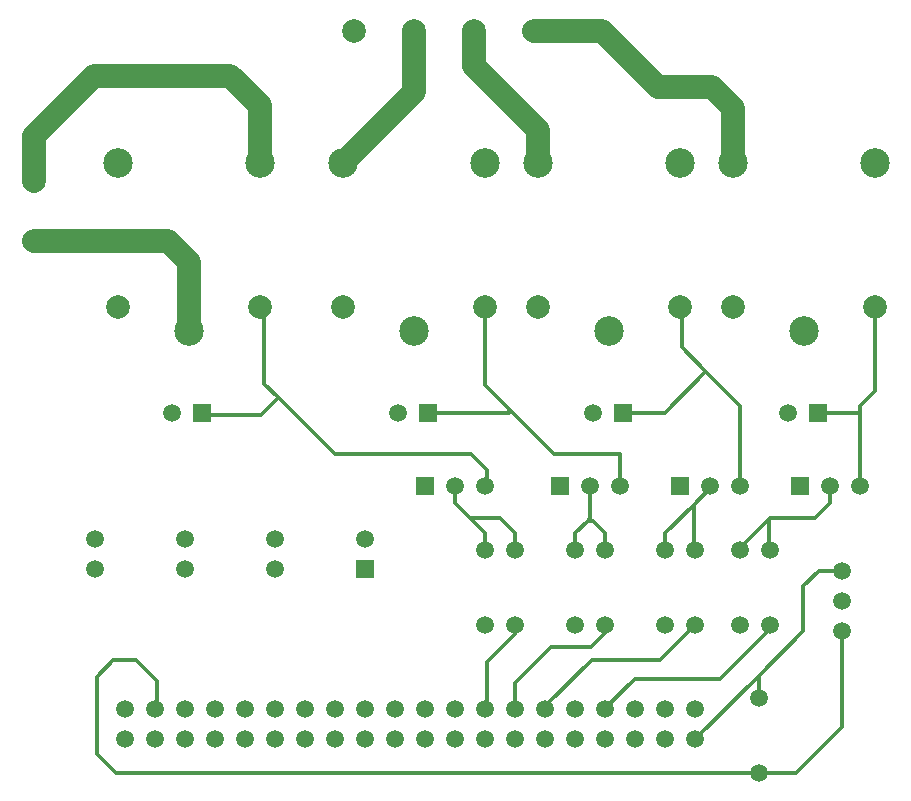
<source format=gbl>
G04 DipTrace 3.1.0.1*
G04 Controller.GBL*
%MOMM*%
G04 #@! TF.FileFunction,Copper,L2,Bot*
G04 #@! TF.Part,Single*
G04 #@! TA.AperFunction,ComponentPad*
%ADD13C,2.0*%
G04 #@! TA.AperFunction,Conductor*
%ADD14C,0.33*%
G04 #@! TA.AperFunction,ComponentPad*
%ADD16C,2.5*%
%ADD17C,1.5*%
%ADD18R,1.5X1.5*%
%FSLAX35Y35*%
G04*
G71*
G90*
G75*
G01*
G04 Bottom*
%LPD*%
X1466667Y6458167D2*
D13*
Y6839167D1*
X1974667Y7347167D1*
X3133543D1*
X3384293Y7096417D1*
Y6608167D1*
X4689293Y7728167D2*
Y7208167D1*
X4089293Y6608167D1*
X5197293Y7728167D2*
Y7426543D1*
X5740293Y6883543D1*
Y6608167D1*
X5705293Y7728167D2*
X6276793D1*
X6753043Y7251917D1*
X7213420D1*
X7391293Y7074043D1*
Y6608167D1*
X7070543Y2695787D2*
D14*
X6771757Y2397000D1*
X6191127D1*
X5816417Y2022290D1*
Y1965547D1*
X5800543Y1981420D1*
X8308793Y2648167D2*
Y1832473D1*
X7920773Y1444453D1*
X7613080D1*
X7610293Y1441667D1*
X2161540D1*
X2000020Y1603187D1*
Y2253993D1*
X2142880Y2396853D1*
X2333360D1*
X2507967Y2222247D1*
Y1990843D1*
X2498543Y1981420D1*
X5292543Y3870557D2*
X5308417D1*
Y4009190D1*
X5174687Y4142920D1*
X4015933D1*
X3533870Y4624983D1*
X3419293Y4739560D1*
Y5353167D1*
X3384293Y5388167D1*
X3533870Y4624983D2*
Y4613257D1*
X3396873Y4476260D1*
X2905350D1*
X2889123Y4492487D1*
X7705543Y2695787D2*
Y2664040D1*
X7279753Y2238250D1*
X6556250D1*
X6308543Y1990543D1*
Y1981420D1*
Y2695787D2*
Y2625543D1*
X6188293Y2505293D1*
X5848170D1*
X5546543Y2203667D1*
Y1981420D1*
X5038543Y3870557D2*
Y3727667D1*
X5292543Y3473667D1*
Y3330793D1*
X5546543D2*
Y3473667D1*
X5419543Y3600667D1*
X5165543D1*
X5038543Y3727667D1*
X1466667Y5950167D2*
D13*
X2606210D1*
X2784293Y5772083D1*
Y5188167D1*
X6435543Y3870557D2*
D14*
Y4142920D1*
X5873957D1*
X5492627Y4524250D1*
X5286250Y4730627D1*
Y5385123D1*
X5289293Y5388167D1*
X4810000Y4492500D2*
X5492627D1*
Y4524250D1*
X5546543Y2695787D2*
Y2616417D1*
X5308417Y2378290D1*
Y1965547D1*
X5292543Y1981420D1*
X6181543Y3870557D2*
Y3600670D1*
X6158880Y3578007D1*
X6054543Y3473670D1*
Y3330793D1*
X6158880Y3578007D2*
X6204203D1*
X6308543Y3473667D1*
Y3330793D1*
X7197543Y3870557D2*
Y3854670D1*
X7057360Y3714487D1*
X6816543Y3473670D1*
Y3330793D1*
X7057360Y3714487D2*
Y3343977D1*
X7070543Y3330793D1*
X8213543Y3870557D2*
Y3727667D1*
X8086543Y3600667D1*
X7705540D1*
X7695603Y3590730D1*
X7451543Y3346670D1*
Y3330793D1*
X7695603Y3590730D2*
Y3340733D1*
X7705543Y3330793D1*
X7451543Y3870557D2*
Y4553167D1*
X7156037Y4848673D1*
X6959417Y5045293D1*
Y5407290D1*
X6940293Y5388167D1*
X7156037Y4848673D2*
Y4838530D1*
X6810003Y4492500D1*
X6461000D1*
X8467543Y3870557D2*
Y4508373D1*
Y4553167D1*
X8591293Y4676917D1*
Y5388167D1*
X8112000Y4492500D2*
X8467543D1*
Y4508373D1*
X8308793Y3156167D2*
X8118293D1*
X7984267Y3022140D1*
Y2641140D1*
X7610293Y2267167D1*
X7070543Y1727417D1*
X7610293Y2076667D2*
Y2267167D1*
D16*
X2784293Y5188167D3*
D13*
X2184293Y5388167D3*
X3384293D3*
D16*
X2184293Y6608167D3*
X3384293D3*
D13*
X4181293Y7728167D3*
X4689293D3*
X5197293D3*
X5705293D3*
D17*
X2244543Y1981420D3*
X2498543D3*
X2752543D3*
X3006543D3*
X3260543D3*
X3514543D3*
X3768543D3*
X4022543D3*
X4276543D3*
X4530543D3*
X4784543D3*
X5038543D3*
X5292543D3*
X5546543D3*
X5800543D3*
X6054543D3*
X6308543D3*
X6562543D3*
X6816543D3*
X7070543D3*
X2244543Y1727417D3*
X2498543D3*
X3006543D3*
X2752543D3*
X3260543D3*
X3514543D3*
X3768543D3*
X4022543D3*
X4276543D3*
X4530543D3*
X4784543D3*
X5038543D3*
X5292543D3*
X5546543D3*
X5800543D3*
X6054543D3*
X6308543D3*
X6562543D3*
X6816543D3*
X7070543D3*
X1990543Y3426040D3*
Y3172047D3*
X2635123Y4492487D3*
D18*
X2889123D3*
D17*
X4556000Y4492500D3*
D18*
X4810000D3*
D17*
X5292543Y3870557D3*
X5038543D3*
D18*
X4784543D3*
D17*
X2752543Y3426040D3*
Y3172047D3*
X8308793Y3156167D3*
Y2902167D3*
X6207000Y4492500D3*
D18*
X6461000D3*
D17*
X3514543Y3426040D3*
Y3172047D3*
X8308793Y2648167D3*
X7610293Y1441667D3*
X7858000Y4492500D3*
D18*
X8112000D3*
D17*
X4276543Y3426040D3*
D18*
Y3172047D3*
D17*
X7610293Y2076667D3*
X5292543Y3330793D3*
Y2695787D3*
X5546543Y3330793D3*
Y2695787D3*
X6435543Y3870557D3*
X6181543D3*
D18*
X5927543D3*
D17*
X6054543Y3330793D3*
X6308543D3*
X6054543Y2695787D3*
X6308543D3*
X7451543Y3870557D3*
X7197543D3*
D18*
X6943543D3*
D17*
X8467543D3*
X8213543D3*
D18*
X7959543D3*
D17*
X6816543Y3330793D3*
X7070543D3*
X6816543Y2695787D3*
X7070543D3*
X7451543Y3330793D3*
X7705543D3*
X7451543Y2695787D3*
X7705543D3*
D13*
X1466667Y6458167D3*
Y5950167D3*
D16*
X4689293Y5188167D3*
D13*
X4089293Y5388167D3*
X5289293D3*
D16*
X4089293Y6608167D3*
X5289293D3*
X6340293Y5188167D3*
D13*
X5740293Y5388167D3*
X6940293D3*
D16*
X5740293Y6608167D3*
X6940293D3*
X7991293Y5188167D3*
D13*
X7391293Y5388167D3*
X8591293D3*
D16*
X7391293Y6608167D3*
X8591293D3*
M02*

</source>
